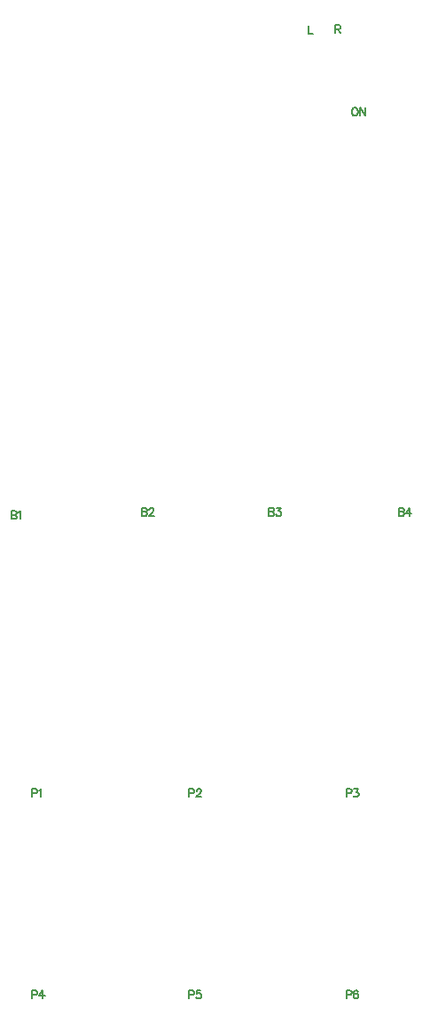
<source format=gto>
G04*
G04 #@! TF.GenerationSoftware,Altium Limited,Altium Designer,19.0.10 (269)*
G04*
G04 Layer_Color=65535*
%FSLAX25Y25*%
%MOIN*%
G70*
G01*
G75*
%ADD10C,0.00800*%
D10*
X59855Y2228D02*
X61141D01*
X61569Y2371D01*
X61712Y2514D01*
X61855Y2800D01*
Y3228D01*
X61712Y3514D01*
X61569Y3656D01*
X61141Y3799D01*
X59855D01*
Y800D01*
X64240Y3799D02*
X62812D01*
X62669Y2514D01*
X62812Y2657D01*
X63240Y2800D01*
X63669D01*
X64097Y2657D01*
X64383Y2371D01*
X64526Y1943D01*
Y1657D01*
X64383Y1228D01*
X64097Y943D01*
X63669Y800D01*
X63240D01*
X62812Y943D01*
X62669Y1086D01*
X62526Y1371D01*
X114900Y366099D02*
Y363100D01*
Y366099D02*
X116185D01*
X116614Y365956D01*
X116757Y365814D01*
X116900Y365528D01*
Y365242D01*
X116757Y364957D01*
X116614Y364814D01*
X116185Y364671D01*
X114900D01*
X115900D02*
X116900Y363100D01*
X121857Y335099D02*
X121571Y334957D01*
X121286Y334671D01*
X121143Y334385D01*
X121000Y333957D01*
Y333243D01*
X121143Y332814D01*
X121286Y332528D01*
X121571Y332243D01*
X121857Y332100D01*
X122428D01*
X122714Y332243D01*
X123000Y332528D01*
X123142Y332814D01*
X123285Y333243D01*
Y333957D01*
X123142Y334385D01*
X123000Y334671D01*
X122714Y334957D01*
X122428Y335099D01*
X121857D01*
X123985D02*
Y332100D01*
Y335099D02*
X125985Y332100D01*
Y335099D02*
Y332100D01*
X42025Y184902D02*
Y181902D01*
Y184902D02*
X43311D01*
X43739Y184759D01*
X43882Y184616D01*
X44025Y184330D01*
Y184045D01*
X43882Y183759D01*
X43739Y183616D01*
X43311Y183474D01*
X42025D02*
X43311D01*
X43739Y183331D01*
X43882Y183188D01*
X44025Y182902D01*
Y182474D01*
X43882Y182188D01*
X43739Y182045D01*
X43311Y181902D01*
X42025D01*
X44839Y184188D02*
Y184330D01*
X44982Y184616D01*
X45125Y184759D01*
X45410Y184902D01*
X45981D01*
X46267Y184759D01*
X46410Y184616D01*
X46553Y184330D01*
Y184045D01*
X46410Y183759D01*
X46124Y183331D01*
X44696Y181902D01*
X46696D01*
X118910Y2228D02*
X120196D01*
X120624Y2371D01*
X120767Y2514D01*
X120910Y2800D01*
Y3228D01*
X120767Y3514D01*
X120624Y3656D01*
X120196Y3799D01*
X118910D01*
Y800D01*
X123295Y3371D02*
X123152Y3656D01*
X122724Y3799D01*
X122438D01*
X122010Y3656D01*
X121724Y3228D01*
X121581Y2514D01*
Y1800D01*
X121724Y1228D01*
X122010Y943D01*
X122438Y800D01*
X122581D01*
X123009Y943D01*
X123295Y1228D01*
X123438Y1657D01*
Y1800D01*
X123295Y2228D01*
X123009Y2514D01*
X122581Y2657D01*
X122438D01*
X122010Y2514D01*
X121724Y2228D01*
X121581Y1800D01*
X89825Y184902D02*
Y181902D01*
Y184902D02*
X91111D01*
X91539Y184759D01*
X91682Y184616D01*
X91825Y184330D01*
Y184045D01*
X91682Y183759D01*
X91539Y183616D01*
X91111Y183474D01*
X89825D02*
X91111D01*
X91539Y183331D01*
X91682Y183188D01*
X91825Y182902D01*
Y182474D01*
X91682Y182188D01*
X91539Y182045D01*
X91111Y181902D01*
X89825D01*
X92782Y184902D02*
X94353D01*
X93496Y183759D01*
X93924D01*
X94210Y183616D01*
X94353Y183474D01*
X94496Y183045D01*
Y182759D01*
X94353Y182331D01*
X94067Y182045D01*
X93639Y181902D01*
X93210D01*
X92782Y182045D01*
X92639Y182188D01*
X92496Y182474D01*
X-7074Y183762D02*
Y180763D01*
Y183762D02*
X-5789D01*
X-5360Y183619D01*
X-5217Y183477D01*
X-5074Y183191D01*
Y182905D01*
X-5217Y182620D01*
X-5360Y182477D01*
X-5789Y182334D01*
X-7074D02*
X-5789D01*
X-5360Y182191D01*
X-5217Y182048D01*
X-5074Y181763D01*
Y181334D01*
X-5217Y181049D01*
X-5360Y180906D01*
X-5789Y180763D01*
X-7074D01*
X-4403Y183191D02*
X-4118Y183334D01*
X-3689Y183762D01*
Y180763D01*
X138595Y184902D02*
Y181902D01*
Y184902D02*
X139881D01*
X140309Y184759D01*
X140452Y184616D01*
X140595Y184330D01*
Y184045D01*
X140452Y183759D01*
X140309Y183616D01*
X139881Y183474D01*
X138595D02*
X139881D01*
X140309Y183331D01*
X140452Y183188D01*
X140595Y182902D01*
Y182474D01*
X140452Y182188D01*
X140309Y182045D01*
X139881Y181902D01*
X138595D01*
X142694Y184902D02*
X141266Y182902D01*
X143409D01*
X142694Y184902D02*
Y181902D01*
X59855Y77861D02*
X61141D01*
X61569Y78003D01*
X61712Y78146D01*
X61855Y78432D01*
Y78860D01*
X61712Y79146D01*
X61569Y79289D01*
X61141Y79432D01*
X59855D01*
Y76432D01*
X62669Y78717D02*
Y78860D01*
X62812Y79146D01*
X62954Y79289D01*
X63240Y79432D01*
X63811D01*
X64097Y79289D01*
X64240Y79146D01*
X64383Y78860D01*
Y78575D01*
X64240Y78289D01*
X63954Y77861D01*
X62526Y76432D01*
X64526D01*
X118910Y77861D02*
X120196D01*
X120624Y78003D01*
X120767Y78146D01*
X120910Y78432D01*
Y78860D01*
X120767Y79146D01*
X120624Y79289D01*
X120196Y79432D01*
X118910D01*
Y76432D01*
X121867Y79432D02*
X123438D01*
X122581Y78289D01*
X123009D01*
X123295Y78146D01*
X123438Y78003D01*
X123581Y77575D01*
Y77289D01*
X123438Y76861D01*
X123152Y76575D01*
X122724Y76432D01*
X122295D01*
X121867Y76575D01*
X121724Y76718D01*
X121581Y77004D01*
X104800Y365899D02*
Y362900D01*
X106514D01*
X800Y2228D02*
X2085D01*
X2514Y2371D01*
X2657Y2514D01*
X2800Y2800D01*
Y3228D01*
X2657Y3514D01*
X2514Y3656D01*
X2085Y3799D01*
X800D01*
Y800D01*
X4899Y3799D02*
X3471Y1800D01*
X5613D01*
X4899Y3799D02*
Y800D01*
X800Y77861D02*
X2085D01*
X2514Y78003D01*
X2657Y78146D01*
X2800Y78432D01*
Y78860D01*
X2657Y79146D01*
X2514Y79289D01*
X2085Y79432D01*
X800D01*
Y76432D01*
X3471Y78860D02*
X3757Y79003D01*
X4185Y79432D01*
Y76432D01*
M02*

</source>
